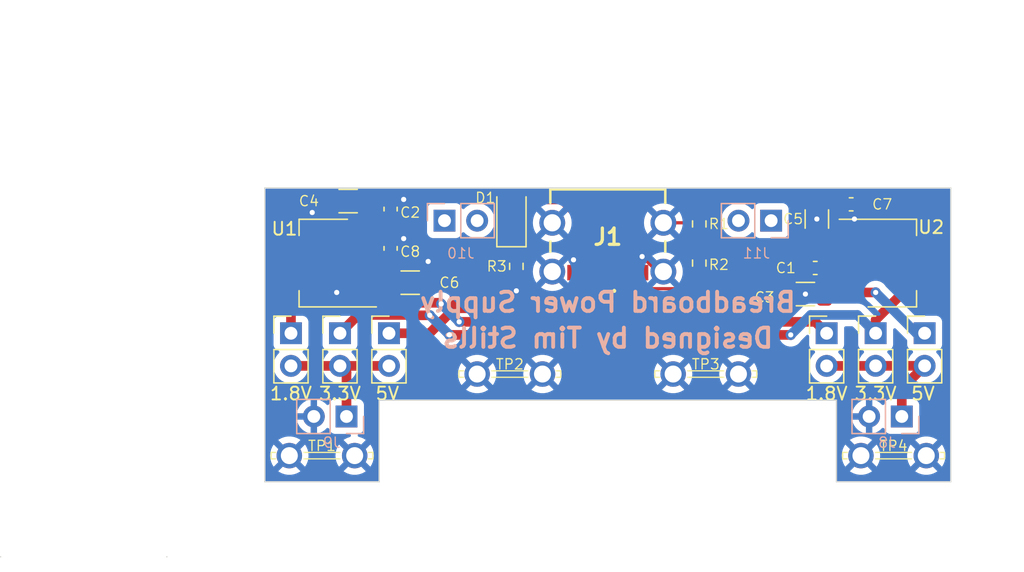
<source format=kicad_pcb>
(kicad_pcb (version 20221018) (generator pcbnew)
  (title_block (title "Breadboard Power Supply") (date "2023-02-20") (rev "v2"))
  (layers (0 "F.Cu" signal) (31 "B.Cu" signal) (34 "B.Paste" user) (35 "F.Paste" user) (36 "B.SilkS" user "B.Silkscreen") (37 "F.SilkS" user "F.Silkscreen") (38 "B.Mask" user) (39 "F.Mask" user) (44 "Edge.Cuts" user))
  (net 0 "")
  (net 1 "GND")
  (net 2 "+3.3V")
  (net 3 "/TOP_POWER_RAIL")
  (net 4 "/BOTTOM_POWER_RAIL")
  (net 5 "Net-(D1-K)")
  (net 6 "Net-(J1-CC1)")
  (net 7 "Net-(J1-CC2)")
  (net 8 "+1V8")
  (net 9 "+5V")
  (footprint "Connector_PinHeader_2.54mm:PinHeader_1x02_P2.54mm_Vertical" (layer "F.Cu") (at 149.098 87.498)
    (fp_text reference "J3" hide)
    (fp_text value "Conn_01x02_Male")
    (fp_line (start -1.33 -1.33) (end 0 -1.33) (stroke (width 0.12)) (layer "F.SilkS"))
    (fp_line (start -1.33 0) (end -1.33 -1.33) (stroke (width 0.12)) (layer "F.SilkS"))
    (fp_line (start -1.33 1.27) (end -1.33 3.87) (stroke (width 0.12)) (layer "F.SilkS"))
    (fp_line (start -1.33 1.27) (end 1.33 1.27) (stroke (width 0.12)) (layer "F.SilkS"))
    (fp_line (start -1.33 3.87) (end 1.33 3.87) (stroke (width 0.12)) (layer "F.SilkS"))
    (fp_line (start 1.33 1.27) (end 1.33 3.87) (stroke (width 0.12)) (layer "F.SilkS"))
    (pad "1" thru_hole rect (at 0 0) (size 1.7 1.7) (drill 1) (layers "*.Cu" "*.Mask") (net 2 "+3.3V"))
    (pad "2" thru_hole oval (at 0 2.54) (size 1.7 1.7) (drill 1) (layers "*.Cu" "*.Mask") (net 3 "/TOP_POWER_RAIL"))
  )
  (footprint "My-Global-Footprints:USB-C Surface Mount" (layer "F.Cu") (at 128.27 79.756 180)
    (fp_text reference "J1" (at 0 -0.252 180) (layer "F.SilkS") (effects (font (size 1.27 1.27) (thickness 0.254))))
    (fp_text value "USB-C" hide)
    (fp_line (start -4.47 -1.4) (end -4.47 -0.6) (stroke (width 0.2)) (layer "F.SilkS"))
    (fp_line (start -4.47 2.4) (end -4.47 3.45) (stroke (width 0.2)) (layer "F.SilkS"))
    (fp_line (start -4.47 3.45) (end 4.47 3.45) (stroke (width 0.2)) (layer "F.SilkS"))
    (fp_line (start -0.5 -4.5) (end -0.5 -4.5) (stroke (width 0.2)) (layer "F.SilkS"))
    (fp_line (start -0.5 -4.5) (end -0.5 -4.5) (stroke (width 0.2)) (layer "F.SilkS"))
    (fp_line (start -0.5 -4.4) (end -0.5 -4.4) (stroke (width 0.2)) (layer "F.SilkS"))
    (fp_line (start 4.47 -1.4) (end 4.47 -0.6) (stroke (width 0.2)) (layer "F.SilkS"))
    (fp_line (start 4.47 3.45) (end 4.47 2.4) (stroke (width 0.2)) (layer "F.SilkS"))
    (fp_arc (start -0.5 -4.5) (mid -0.45 -4.45) (end -0.5 -4.4) (stroke (width 0.2)) (layer "F.SilkS"))
    (fp_arc (start -0.5 -4.4) (mid -0.55 -4.45) (end -0.5 -4.5) (stroke (width 0.2)) (layer "F.SilkS"))
    (fp_arc (start -0.5 -4.4) (mid -0.55 -4.45) (end -0.5 -4.5) (stroke (width 0.2)) (layer "F.SilkS"))
    (pad "A5" smd rect (at -0.5 -3.03 180) (size 0.7 1.2) (layers "F.Cu" "F.Paste" "F.Mask") (net 6 "Net-(J1-CC1)"))
    (pad "A9" smd rect (at 1.52 -3.03 180) (size 0.76 1.2) (layers "F.Cu" "F.Paste" "F.Mask") (net 9 "+5V"))
    (pad "A12" smd rect (at 2.75 -3.03 180) (size 0.8 1.2) (layers "F.Cu" "F.Paste" "F.Mask") (net 1 "GND"))
    (pad "B5" smd rect (at 0.5 -3.03 180) (size 0.7 1.2) (layers "F.Cu" "F.Paste" "F.Mask") (net 7 "Net-(J1-CC2)"))
    (pad "B9" smd rect (at -1.52 -3.03 180) (size 0.76 1.2) (layers "F.Cu" "F.Paste" "F.Mask") (net 9 "+5V"))
    (pad "B12" smd rect (at -2.75 -3.03 180) (size 0.8 1.2) (layers "F.Cu" "F.Paste" "F.Mask") (net 1 "GND"))
    (pad "MH1" thru_hole circle (at -4.32 0.85 180) (size 2.01 2.01) (drill 1.34) (layers "*.Cu" "*.Mask") (net 1 "GND"))
    (pad "MH2" thru_hole circle (at 4.32 0.85 180) (size 2.01 2.01) (drill 1.34) (layers "*.Cu" "*.Mask") (net 1 "GND"))
    (pad "MH3" thru_hole circle (at -4.32 -2.95 180) (size 2.01 2.01) (drill 1.34) (layers "*.Cu" "*.Mask") (net 1 "GND"))
    (pad "MH4" thru_hole circle (at 4.32 -2.95 180) (size 2.01 2.01) (drill 1.34) (layers "*.Cu" "*.Mask") (net 1 "GND"))
  )
  (footprint "Capacitor_SMD:C_1206_3216Metric" (layer "F.Cu") (at 144.526 78.613 90)
    (fp_text reference "C5" (at 0 -1.85 180) (layer "F.SilkS") (effects (font (size 0.8 0.8) (thickness 0.1))))
    (fp_text value "10uF")
    (fp_line (start -0.711252 -0.91) (end 0.711252 -0.91) (stroke (width 0.12)) (layer "F.SilkS"))
    (fp_line (start -0.711252 0.91) (end 0.711252 0.91) (stroke (width 0.12)) (layer "F.SilkS"))
    (pad "1" smd roundrect (at -1.475 0 90) (size 1.15 1.8) (layers "F.Cu" "F.Paste" "F.Mask") (roundrect_rratio 0.217391) (net 2 "+3.3V"))
    (pad "2" smd roundrect (at 1.475 0 90) (size 1.15 1.8) (layers "F.Cu" "F.Paste" "F.Mask") (roundrect_rratio 0.217391) (net 1 "GND"))
  )
  (footprint "My-Global-Footprints:Keystone 1287" (layer "F.Cu") (at 135.89 90.678)
    (fp_text reference "TP3" (at 0 -0.762) (layer "F.SilkS") (effects (font (size 0.8 0.8) (thickness 0.1))))
    (fp_text value "TestPoint_2Pole" hide)
    (fp_line (start -3.96 -0.25) (end -3.96 0.25) (stroke (width 0.1)) (layer "F.SilkS"))
    (fp_line (start -3.96 0.25) (end -3.6 0.25) (stroke (width 0.1)) (layer "F.SilkS"))
    (fp_line (start -3.6 -0.25) (end -3.96 -0.25) (stroke (width 0.1)) (layer "F.SilkS"))
    (fp_line (start -1.4 -0.25) (end 1.4 -0.25) (stroke (width 0.1)) (layer "F.SilkS"))
    (fp_line (start -1.4 0.25) (end 1.4 0.25) (stroke (width 0.1)) (layer "F.SilkS"))
    (fp_line (start 3.6 0.25) (end 3.96 0.25) (stroke (width 0.1)) (layer "F.SilkS"))
    (fp_line (start 3.96 -0.25) (end 3.6 -0.25) (stroke (width 0.1)) (layer "F.SilkS"))
    (fp_line (start 3.96 -0.2) (end 3.96 -0.25) (stroke (width 0.1)) (layer "F.SilkS"))
    (fp_line (start 3.96 0.25) (end 3.96 -0.2) (stroke (width 0.1)) (layer "F.SilkS"))
    (pad "1" thru_hole circle (at -2.54 0) (size 1.98 1.98) (drill 1.32) (layers "*.Cu" "*.Mask") (net 1 "GND"))
    (pad "2" thru_hole circle (at 2.54 0) (size 1.98 1.98) (drill 1.32) (layers "*.Cu" "*.Mask") (net 1 "GND"))
  )
  (footprint "My-Global-Footprints:Keystone 1287" (layer "F.Cu") (at 150.495 97.028)
    (fp_text reference "TP4" (at 0 -0.762) (layer "F.SilkS") (effects (font (size 0.8 0.8) (thickness 0.1))))
    (fp_text value "TestPoint_2Pole" hide)
    (fp_line (start -3.96 -0.25) (end -3.96 0.25) (stroke (width 0.1)) (layer "F.SilkS"))
    (fp_line (start -3.96 0.25) (end -3.6 0.25) (stroke (width 0.1)) (layer "F.SilkS"))
    (fp_line (start -3.6 -0.25) (end -3.96 -0.25) (stroke (width 0.1)) (layer "F.SilkS"))
    (fp_line (start -1.4 -0.25) (end 1.4 -0.25) (stroke (width 0.1)) (layer "F.SilkS"))
    (fp_line (start -1.4 0.25) (end 1.4 0.25) (stroke (width 0.1)) (layer "F.SilkS"))
    (fp_line (start 3.6 0.25) (end 3.96 0.25) (stroke (width 0.1)) (layer "F.SilkS"))
    (fp_line (start 3.96 -0.25) (end 3.6 -0.25) (stroke (width 0.1)) (layer "F.SilkS"))
    (fp_line (start 3.96 -0.2) (end 3.96 -0.25) (stroke (width 0.1)) (layer "F.SilkS"))
    (fp_line (start 3.96 0.25) (end 3.96 -0.2) (stroke (width 0.1)) (layer "F.SilkS"))
    (pad "1" thru_hole circle (at -2.54 0) (size 1.98 1.98) (drill 1.32) (layers "*.Cu" "*.Mask") (net 1 "GND"))
    (pad "2" thru_hole circle (at 2.54 0) (size 1.98 1.98) (drill 1.32) (layers "*.Cu" "*.Mask") (net 1 "GND"))
  )
  (footprint "Resistor_SMD:R_0603_1608Metric" (layer "F.Cu") (at 121.158 82.296 -90)
    (fp_text reference "R3" (at 0 1.524 -180) (layer "F.SilkS") (effects (font (size 0.8 0.8) (thickness 0.1))))
    (fp_text value "330")
    (fp_line (start -0.237258 -0.5225) (end 0.237258 -0.5225) (stroke (width 0.12)) (layer "F.SilkS"))
    (fp_line (start -0.237258 0.5225) (end 0.237258 0.5225) (stroke (width 0.12)) (layer "F.SilkS"))
    (pad "1" smd roundrect (at -0.825 0 270) (size 0.8 0.95) (layers "F.Cu" "F.Paste" "F.Mask") (net 5 "Net-(D1-K)"))
    (pad "2" smd roundrect (at 0.825 0 270) (size 0.8 0.95) (layers "F.Cu" "F.Paste" "F.Mask") (net 1 "GND"))
  )
  (footprint "Capacitor_SMD:C_0603_1608Metric" (layer "F.Cu") (at 111.379 80.899 90)
    (fp_text reference "C8" (at -0.254 1.524 180) (layer "F.SilkS") (effects (font (size 0.8 0.8) (thickness 0.1))))
    (fp_text value "0.1uF")
    (fp_line (start -0.14058 -0.51) (end 0.14058 -0.51) (stroke (width 0.12)) (layer "F.SilkS"))
    (fp_line (start -0.14058 0.51) (end 0.14058 0.51) (stroke (width 0.12)) (layer "F.SilkS"))
    (pad "1" smd roundrect (at -0.775 0 90) (size 0.9 0.95) (layers "F.Cu" "F.Paste" "F.Mask") (net 8 "+1V8"))
    (pad "2" smd roundrect (at 0.775 0 90) (size 0.9 0.95) (layers "F.Cu" "F.Paste" "F.Mask") (net 1 "GND"))
  )
  (footprint "Capacitor_SMD:C_0603_1608Metric" (layer "F.Cu") (at 147.193 77.47)
    (fp_text reference "C7" (at 2.413 0) (layer "F.SilkS") (effects (font (size 0.8 0.8) (thickness 0.1))))
    (fp_text value "0.1uF")
    (fp_line (start -0.14058 -0.51) (end 0.14058 -0.51) (stroke (width 0.12)) (layer "F.SilkS"))
    (fp_line (start -0.14058 0.51) (end 0.14058 0.51) (stroke (width 0.12)) (layer "F.SilkS"))
    (pad "1" smd roundrect (at -0.775 0) (size 0.9 0.95) (layers "F.Cu" "F.Paste" "F.Mask") (net 2 "+3.3V"))
    (pad "2" smd roundrect (at 0.775 0) (size 0.9 0.95) (layers "F.Cu" "F.Paste" "F.Mask") (net 1 "GND"))
  )
  (footprint "My-Global-Footprints:Keystone 1287" (layer "F.Cu") (at 120.65 90.678 180)
    (fp_text reference "TP2" (at 0 0.762 180) (layer "F.SilkS") (effects (font (size 0.8 0.8) (thickness 0.1))))
    (fp_text value "TestPoint_2Pole" hide)
    (fp_line (start -3.96 -0.25) (end -3.96 0.25) (stroke (width 0.1)) (layer "F.SilkS"))
    (fp_line (start -3.96 0.25) (end -3.6 0.25) (stroke (width 0.1)) (layer "F.SilkS"))
    (fp_line (start -3.6 -0.25) (end -3.96 -0.25) (stroke (width 0.1)) (layer "F.SilkS"))
    (fp_line (start -1.4 -0.25) (end 1.4 -0.25) (stroke (width 0.1)) (layer "F.SilkS"))
    (fp_line (start -1.4 0.25) (end 1.4 0.25) (stroke (width 0.1)) (layer "F.SilkS"))
    (fp_line (start 3.6 0.25) (end 3.96 0.25) (stroke (width 0.1)) (layer "F.SilkS"))
    (fp_line (start 3.96 -0.25) (end 3.6 -0.25) (stroke (width 0.1)) (layer "F.SilkS"))
    (fp_line (start 3.96 -0.2) (end 3.96 -0.25) (stroke (width 0.1)) (layer "F.SilkS"))
    (fp_line (start 3.96 0.25) (end 3.96 -0.2) (stroke (width 0.1)) (layer "F.SilkS"))
    (pad "1" thru_hole circle (at -2.54 0 180) (size 1.98 1.98) (drill 1.32) (layers "*.Cu" "*.Mask") (net 1 "GND"))
    (pad "2" thru_hole circle (at 2.54 0 180) (size 1.98 1.98) (drill 1.32) (layers "*.Cu" "*.Mask") (net 1 "GND"))
  )
  (footprint "Connector_PinHeader_2.54mm:PinHeader_1x02_P2.54mm_Vertical" (layer "F.Cu") (at 145.288 87.503)
    (fp_text reference "J4" hide)
    (fp_text value "Conn_01x02_Male")
    (fp_line (start -1.33 -1.33) (end 0 -1.33) (stroke (width 0.12)) (layer "F.SilkS"))
    (fp_line (start -1.33 0) (end -1.33 -1.33) (stroke (width 0.12)) (layer "F.SilkS"))
    (fp_line (start -1.33 1.27) (end -1.33 3.87) (stroke (width 0.12)) (layer "F.SilkS"))
    (fp_line (start -1.33 1.27) (end 1.33 1.27) (stroke (width 0.12)) (layer "F.SilkS"))
    (fp_line (start -1.33 3.87) (end 1.33 3.87) (stroke (width 0.12)) (layer "F.SilkS"))
    (fp_line (start 1.33 1.27) (end 1.33 3.87) (stroke (width 0.12)) (layer "F.SilkS"))
    (pad "1" thru_hole rect (at 0 0) (size 1.7 1.7) (drill 1) (layers "*.Cu" "*.Mask") (net 8 "+1V8"))
    (pad "2" thru_hole oval (at 0 2.54) (size 1.7 1.7) (drill 1) (layers "*.Cu" "*.Mask") (net 3 "/TOP_POWER_RAIL"))
  )
  (footprint "My-Global-Footprints:Keystone 1287" (layer "F.Cu") (at 106.045 97.028)
    (fp_text reference "TP1" (at 0 -0.762) (layer "F.SilkS") (effects (font (size 0.8 0.8) (thickness 0.1))))
    (fp_text value "TestPoint_2Pole" hide)
    (fp_line (start -3.96 -0.25) (end -3.96 0.25) (stroke (width 0.1)) (layer "F.SilkS"))
    (fp_line (start -3.96 0.25) (end -3.6 0.25) (stroke (width 0.1)) (layer "F.SilkS"))
    (fp_line (start -3.6 -0.25) (end -3.96 -0.25) (stroke (width 0.1)) (layer "F.SilkS"))
    (fp_line (start -1.4 -0.25) (end 1.4 -0.25) (stroke (width 0.1)) (layer "F.SilkS"))
    (fp_line (start -1.4 0.25) (end 1.4 0.25) (stroke (width 0.1)) (layer "F.SilkS"))
    (fp_line (start 3.6 0.25) (end 3.96 0.25) (stroke (width 0.1)) (layer "F.SilkS"))
    (fp_line (start 3.96 -0.25) (end 3.6 -0.25) (stroke (width 0.1)) (layer "F.SilkS"))
    (fp_line (start 3.96 -0.2) (end 3.96 -0.25) (stroke (width 0.1)) (layer "F.SilkS"))
    (fp_line (start 3.96 0.25) (end 3.96 -0.2) (stroke (width 0.1)) (layer "F.SilkS"))
    (pad "1" thru_hole circle (at -2.54 0) (size 1.98 1.98) (drill 1.32) (layers "*.Cu" "*.Mask") (net 1 "GND"))
    (pad "2" thru_hole circle (at 2.54 0) (size 1.98 1.98) (drill 1.32) (layers "*.Cu" "*.Mask") (net 1 "GND"))
  )
  (footprint "Resistor_SMD:R_0603_1608Metric" (layer "F.Cu") (at 135.382 82.042 90)
    (fp_text reference "R2" (at -0.127 1.524) (layer "F.SilkS") (effects (font (size 0.8 0.8) (thickness 0.1))))
    (fp_text value "5.1k 1%")
    (fp_line (start -0.237258 -0.5225) (end 0.237258 -0.5225) (stroke (width 0.12)) (layer "F.SilkS"))
    (fp_line (start -0.237258 0.5225) (end 0.237258 0.5225) (stroke (width 0.12)) (layer "F.SilkS"))
    (pad "1" smd roundrect (at -0.825 0 90) (size 0.8 0.95) (layers "F.Cu" "F.Paste" "F.Mask") (net 6 "Net-(J1-CC1)"))
    (pad "2" smd roundrect (at 0.825 0 90) (size 0.8 0.95) (layers "F.Cu" "F.Paste" "F.Mask") (net 1 "GND"))
  )
  (footprint "Capacitor_SMD:C_0603_1608Metric" (layer "F.Cu") (at 111.379 77.838 90)
    (fp_text reference "C2" (at -0.267 1.524 180) (layer "F.SilkS") (effects (font (size 0.8 0.8) (thickness 0.1))))
    (fp_text value "0.1uF")
    (fp_line (start -0.14058 -0.51) (end 0.14058 -0.51) (stroke (width 0.12)) (layer "F.SilkS"))
    (fp_line (start -0.14058 0.51) (end 0.14058 0.51) (stroke (width 0.12)) (layer "F.SilkS"))
    (pad "1" smd roundrect (at -0.775 0 90) (size 0.9 0.95) (layers "F.Cu" "F.Paste" "F.Mask") (net 9 "+5V"))
    (pad "2" smd roundrect (at 0.775 0 90) (size 0.9 0.95) (layers "F.Cu" "F.Paste" "F.Mask") (net 1 "GND"))
  )
  (footprint "Capacitor_SMD:C_1206_3216Metric" (layer "F.Cu") (at 108.077 77.216 180)
    (fp_text reference "C4" (at 3.048 0) (layer "F.SilkS") (effects (font (size 0.8 0.8) (thickness 0.1))))
    (fp_text value "10uF")
    (fp_line (start -0.711252 -0.91) (end 0.711252 -0.91) (stroke (width 0.12)) (layer "F.SilkS"))
    (fp_line (start -0.711252 0.91) (end 0.711252 0.91) (stroke (width 0.12)) (layer "F.SilkS"))
    (pad "1" smd roundrect (at -1.475 0 180) (size 1.15 1.8) (layers "F.Cu" "F.Paste" "F.Mask") (roundrect_rratio 0.217391) (net 9 "+5V"))
    (pad "2" smd roundrect (at 1.475 0 180) (size 1.15 1.8) (layers "F.Cu" "F.Paste" "F.Mask") (roundrect_rratio 0.217391) (net 1 "GND"))
  )
  (footprint "Connector_PinHeader_2.54mm:PinHeader_1x02_P2.54mm_Vertical" (layer "F.Cu") (at 103.632 87.503)
    (fp_text reference "J7" hide)
    (fp_text value "Conn_01x02_Male")
    (fp_line (start -1.33 -1.33) (end 0 -1.33) (stroke (width 0.12)) (layer "F.SilkS"))
    (fp_line (start -1.33 0) (end -1.33 -1.33) (stroke (width 0.12)) (layer "F.SilkS"))
    (fp_line (start -1.33 1.27) (end -1.33 3.87) (stroke (width 0.12)) (layer "F.SilkS"))
    (fp_line (start -1.33 1.27) (end 1.33 1.27) (stroke (width 0.12)) (layer "F.SilkS"))
    (fp_line (start -1.33 3.87) (end 1.33 3.87) (stroke (width 0.12)) (layer "F.SilkS"))
    (fp_line (start 1.33 1.27) (end 1.33 3.87) (stroke (width 0.12)) (layer "F.SilkS"))
    (pad "1" thru_hole rect (at 0 0) (size 1.7 1.7) (drill 1) (layers "*.Cu" "*.Mask") (net 8 "+1V8"))
    (pad "2" thru_hole oval (at 0 2.54) (size 1.7 1.7) (drill 1) (layers "*.Cu" "*.Mask") (net 4 "/BOTTOM_POWER_RAIL"))
  )
  (footprint "Capacitor_SMD:C_1206_3216Metric" (layer "F.Cu") (at 143.637 84.455 180)
    (fp_text reference "C3" (at 3.175 -0.254) (layer "F.SilkS") (effects (font (size 0.8 0.8) (thickness 0.1))))
    (fp_text value "10uF")
    (fp_line (start -0.711252 -0.91) (end 0.711252 -0.91) (stroke (width 0.12)) (layer "F.SilkS"))
    (fp_line (start -0.711252 0.91) (end 0.711252 0.91) (stroke (width 0.12)) (layer "F.SilkS"))
    (pad "1" smd roundrect (at -1.475 0 180) (size 1.15 1.8) (layers "F.Cu" "F.Paste" "F.Mask") (roundrect_rratio 0.217391) (net 9 "+5V"))
    (pad "2" smd roundrect (at 1.475 0 180) (size 1.15 1.8) (layers "F.Cu" "F.Paste" "F.Mask") (roundrect_rratio 0.217391) (net 1 "GND"))
  )
  (footprint "LED_SMD:LED_1206_3216Metric" (layer "F.Cu") (at 120.777 78.486 90)
    (fp_text reference "D1" (at 1.524 -2.032 180) (layer "F.SilkS") (effects (font (size 0.8 0.8) (thickness 0.1))))
    (fp_text value "LED")
    (fp_line (start -2.285 -1.135) (end -2.285 1.135) (stroke (width 0.12)) (layer "F.SilkS"))
    (fp_line (start -2.285 1.135) (end 1.6 1.135) (stroke (width 0.12)) (layer "F.SilkS"))
    (fp_line (start 1.6 -1.135) (end -2.285 -1.135) (stroke (width 0.12)) (layer "F.SilkS"))
    (pad "1" smd roundrect (at -1.4 0 90) (size 1.25 1.75) (layers "F.Cu" "F.Paste" "F.Mask") (roundrect_rratio 0.2) (net 5 "Net-(D1-K)"))
    (pad "2" smd roundrect (at 1.4 0 90) (size 1.25 1.75) (layers "F.Cu" "F.Paste" "F.Mask") (roundrect_rratio 0.2) (net 9 "+5V"))
  )
  (footprint "Connector_PinHeader_2.54mm:PinHeader_1x02_P2.54mm_Vertical" (layer "F.Cu") (at 107.442 87.503)
    (fp_text reference "J6" hide)
    (fp_text value "Conn_01x02_Male")
    (fp_line (start -1.33 -1.33) (end 0 -1.33) (stroke (width 0.12)) (layer "F.SilkS"))
    (fp_line (start -1.33 0) (end -1.33 -1.33) (stroke (width 0.12)) (layer "F.SilkS"))
    (fp_line (start -1.33 1.27) (end -1.33 3.87) (stroke (width 0.12)) (layer "F.SilkS"))
    (fp_line (start -1.33 1.27) (end 1.33 1.27) (stroke (width 0.12)) (layer "F.SilkS"))
    (fp_line (start -1.33 3.87) (end 1.33 3.87) (stroke (width 0.12)) (layer "F.SilkS"))
    (fp_line (start 1.33 1.27) (end 1.33 3.87) (stroke (width 0.12)) (layer "F.SilkS"))
    (pad "1" thru_hole rect (at 0 0) (size 1.7 1.7) (drill 1) (layers "*.Cu" "*.Mask") (net 2 "+3.3V"))
    (pad "2" thru_hole oval (at 0 2.54) (size 1.7 1.7) (drill 1) (layers "*.Cu" "*.Mask") (net 4 "/BOTTOM_POWER_RAIL"))
  )
  (footprint "Capacitor_SMD:C_0603_1608Metric" (layer "F.Cu") (at 144.399 82.423 180)
    (fp_text reference "C1" (at 2.286 0) (layer "F.SilkS") (effects (font (size 0.8 0.8) (thickness 0.1))))
    (fp_text value "0.1uF")
    (fp_line (start -0.14058 -0.51) (end 0.14058 -0.51) (stroke (width 0.12)) (layer "F.SilkS"))
    (fp_line (start -0.14058 0.51) (end 0.14058 0.51) (stroke (width 0.12)) (layer "F.SilkS"))
    (pad "1" smd roundrect (at -0.775 0 180) (size 0.9 0.95) (layers "F.Cu" "F.Paste" "F.Mask") (net 9 "+5V"))
    (pad "2" smd roundrect (at 0.775 0 180) (size 0.9 0.95) (layers "F.Cu" "F.Paste" "F.Mask") (net 1 "GND"))
  )
  (footprint "Resistor_SMD:R_0603_1608Metric" (layer "F.Cu") (at 135.382 78.994 90)
    (fp_text reference "R1" (at 0 1.524) (layer "F.SilkS") (effects (font (size 0.8 0.8) (thickness 0.1))))
    (fp_text value "5.1k 1%")
    (fp_line (start -0.237258 -0.5225) (end 0.237258 -0.5225) (stroke (width 0.12)) (layer "F.SilkS"))
    (fp_line (start -0.237258 0.5225) (end 0.237258 0.5225) (stroke (width 0.12)) (layer "F.SilkS"))
    (pad "1" smd roundrect (at -0.825 0 90) (size 0.8 0.95) (layers "F.Cu" "F.Paste" "F.Mask") (net 7 "Net-(J1-CC2)"))
    (pad "2" smd roundrect (at 0.825 0 90) (size 0.8 0.95) (layers "F.Cu" "F.Paste" "F.Mask") (net 1 "GND"))
  )
  (footprint "Connector_PinHeader_2.54mm:PinHeader_1x02_P2.54mm_Vertical" (layer "F.Cu") (at 152.908 87.498)
    (fp_text reference "J2" hide)
    (fp_text value "Conn_01x02_Male")
    (fp_line (start -1.33 -1.33) (end 0 -1.33) (stroke (width 0.12)) (layer "F.SilkS"))
    (fp_line (start -1.33 0) (end -1.33 -1.33) (stroke (width 0.12)) (layer "F.SilkS"))
    (fp_line (start -1.33 1.27) (end -1.33 3.87) (stroke (width 0.12)) (layer "F.SilkS"))
    (fp_line (start -1.33 1.27) (end 1.33 1.27) (stroke (width 0.12)) (layer "F.SilkS"))
    (fp_line (start -1.33 3.87) (end 1.33 3.87) (stroke (width 0.12)) (layer "F.SilkS"))
    (fp_line (start 1.33 1.27) (end 1.33 3.87) (stroke (width 0.12)) (layer "F.SilkS"))
    (pad "1" thru_hole rect (at 0 0) (size 1.7 1.7) (drill 1) (layers "*.Cu" "*.Mask") (net 9 "+5V"))
    (pad "2" thru_hole oval (at 0 2.54) (size 1.7 1.7) (drill 1) (layers "*.Cu" "*.Mask") (net 3 "/TOP_POWER_RAIL"))
  )
  (footprint "Package_TO_SOT_SMD:SOT-223-3_TabPin2" (layer "F.Cu") (at 150.368 82.042)
    (fp_text reference "U2" (at 3.048 -2.794) (layer "F.SilkS"))
    (fp_text value "LM1117-3.3")
    (fp_line (start -4.1 -3.41) (end 1.91 -3.41) (stroke (width 0.12)) (layer "F.SilkS"))
    (fp_line (start -1.85 3.41) (end 1.91 3.41) (stroke (width 0.12)) (layer "F.SilkS"))
    (fp_line (start 1.91 -3.41) (end 1.91 -2.15) (stroke (width 0.12)) (layer "F.SilkS"))
    (fp_line (start 1.91 3.41) (end 1.91 2.15) (stroke (width 0.12)) (layer "F.SilkS"))
    (pad "1" smd rect (at -3.15 -2.3) (size 2 1.5) (layers "F.Cu" "F.Paste" "F.Mask") (net 1 "GND"))
    (pad "2" smd rect (at -3.15 0) (size 2 1.5) (layers "F.Cu" "F.Paste" "F.Mask") (net 2 "+3.3V"))
    (pad "2" smd rect (at 3.15 0) (size 2 3.8) (layers "F.Cu" "F.Paste" "F.Mask") (net 2 "+3.3V"))
    (pad "3" smd rect (at -3.15 2.3) (size 2 1.5) (layers "F.Cu" "F.Paste" "F.Mask") (net 9 "+5V"))
  )
  (footprint "Connector_PinHeader_2.54mm:PinHeader_1x02_P2.54mm_Vertical" (layer "F.Cu") (at 111.252 87.503)
    (fp_text reference "J5" hide)
    (fp_text value "Conn_01x02_Male")
    (fp_line (start -1.33 -1.33) (end 0 -1.33) (stroke (width 0.12)) (layer "F.SilkS"))
    (fp_line (start -1.33 0) (end -1.33 -1.33) (stroke (width 0.12)) (layer "F.SilkS"))
    (fp_line (start -1.33 1.27) (end -1.33 3.87) (stroke (width 0.12)) (layer "F.SilkS"))
    (fp_line (start -1.33 1.27) (end 1.33 1.27) (stroke (width 0.12)) (layer "F.SilkS"))
    (fp_line (start -1.33 3.87) (end 1.33 3.87) (stroke (width 0.12)) (layer "F.SilkS"))
    (fp_line (start 1.33 1.27) (end 1.33 3.87) (stroke (width 0.12)) (layer "F.SilkS"))
    (pad "1" thru_hole rect (at 0 0) (size 1.7 1.7) (drill 1) (layers "*.Cu" "*.Mask") (net 9 "+5V"))
    (pad "2" thru_hole oval (at 0 2.54) (size 1.7 1.7) (drill 1) (layers "*.Cu" "*.Mask") (net 4 "/BOTTOM_POWER_RAIL"))
  )
  (footprint "Package_TO_SOT_SMD:SOT-223-3_TabPin2" (layer "F.Cu") (at 106.172 82.042 180)
    (fp_text reference "U1" (at 3.048 2.667 180) (layer "F.SilkS"))
    (fp_text value "LM1117-1.8")
    (fp_line (start -4.1 -3.41) (end 1.91 -3.41) (stroke (width 0.12)) (layer "F.SilkS"))
    (fp_line (start -1.85 3.41) (end 1.91 3.41) (stroke (width 0.12)) (layer "F.SilkS"))
    (fp_line (start 1.91 -3.41) (end 1.91 -2.15) (stroke (width 0.12)) (layer "F.SilkS"))
    (fp_line (start 1.91 3.41) (end 1.91 2.15) (stroke (width 0.12)) (layer "F.SilkS"))
    (pad "1" smd rect (at -3.15 -2.3 180) (size 2 1.5) (layers "F.Cu" "F.Paste" "F.Mask") (net 1 "GND"))
    (pad "2" smd rect (at -3.15 0 180) (size 2 1.5) (layers "F.Cu" "F.Paste" "F.Mask") (net 8 "+1V8"))
    (pad "2" smd rect (at 3.15 0 180) (size 2 3.8) (layers "F.Cu" "F.Paste" "F.Mask") (net 8 "+1V8"))
    (pad "3" smd rect (at -3.15 2.3 180) (size 2 1.5) (layers "F.Cu" "F.Paste" "F.Mask") (net 9 "+5V"))
  )
  (footprint "Capacitor_SMD:C_1206_3216Metric" (layer "F.Cu") (at 112.903 83.566)
    (fp_text reference "C6" (at 3.048 0) (layer "F.SilkS") (effects (font (size 0.8 0.8) (thickness 0.1))))
    (fp_text value "10uF")
    (fp_line (start -0.711252 -0.91) (end 0.711252 -0.91) (stroke (width 0.12)) (layer "F.SilkS"))
    (fp_line (start -0.711252 0.91) (end 0.711252 0.91) (stroke (width 0.12)) (layer "F.SilkS"))
    (pad "1" smd roundrect (at -1.475 0) (size 1.15 1.8) (layers "F.Cu" "F.Paste" "F.Mask") (roundrect_rratio 0.217391) (net 8 "+1V8"))
    (pad "2" smd roundrect (at 1.475 0) (size 1.15 1.8) (layers "F.Cu" "F.Paste" "F.Mask") (roundrect_rratio 0.217391) (net 1 "GND"))
  )
  (footprint "Connector_PinHeader_2.54mm:PinHeader_1x02_P2.54mm_Vertical" (layer "B.Cu") (at 115.57 78.74 -90)
    (fp_text reference "J10" (at 2.54 -1.27 -180) (layer "B.SilkS") (effects (font (size 0.8 0.8) (thickness 0.1)) (justify mirror)))
    (fp_text value "Conn_01x02_Male")
    (fp_line (start -1.33 -3.87) (end 1.33 -3.87) (stroke (width 0.12)) (layer "B.SilkS"))
    (fp_line (start -1.33 -1.27) (end -1.33 -3.87) (stroke (width 0.12)) (layer "B.SilkS"))
    (fp_line (start -1.33 -1.27) (end 1.33 -1.27) (stroke (width 0.12)) (layer "B.SilkS"))
    (fp_line (start -1.33 0) (end -1.33 1.33) (stroke (width 0.12)) (layer "B.SilkS"))
    (fp_line (start -1.33 1.33) (end 0 1.33) (stroke (width 0.12)) (layer "B.SilkS"))
    (fp_line (start 1.33 -1.27) (end 1.33 -3.87) (stroke (width 0.12)) (layer "B.SilkS"))
    (pad "1" thru_hole rect locked (at 0 0 270) (size 1.7 1.7) (drill 1) (layers "*.Cu" "*.Mask"))
    (pad "2" thru_hole oval locked (at 0 -2.54 270) (size 1.7 1.7) (drill 1) (layers "*.Cu" "*.Mask"))
  )
  (footprint "Connector_PinHeader_2.54mm:PinHeader_1x02_P2.54mm_Vertical" (layer "B.Cu") (at 151.13 93.98 90)
    (fp_text reference "J8" (at -2.032 -1.143) (layer "B.SilkS") (effects (font (size 0.8 0.8) (thickness 0.1)) (justify mirror)))
    (fp_text value "Conn_01x02_Male" hide)
    (fp_line (start -1.33 -3.87) (end 1.33 -3.87) (stroke (width 0.12)) (layer "B.SilkS"))
    (fp_line (start -1.33 -1.27) (end -1.33 -3.87) (stroke (width 0.12)) (layer "B.SilkS"))
    (fp_line (start -1.33 -1.27) (end 1.33 -1.27) (stroke (width 0.12)) (layer "B.SilkS"))
    (fp_line (start -1.33 0) (end -1.33 1.33) (stroke (width 0.12)) (layer "B.SilkS"))
    (fp_line (start -1.33 1.33) (end 0 1.33) (stroke (width 0.12)) (layer "B.SilkS"))
    (fp_line (start 1.33 -1.27) (end 1.33 -3.87) (stroke (width 0.12)) (layer "B.SilkS"))
    (pad "1" thru_hole rect locked (at 0 0 90) (size 1.7 1.7) (drill 1) (layers "*.Cu" "*.Mask") (net 3 "/TOP_POWER_RAIL"))
    (pad "2" thru_hole oval locked (at 0 -2.54 90) (size 1.7 1.7) (drill 1) (layers "*.Cu" "*.Mask") (net 1 "GND"))
  )
  (footprint "Connector_PinHeader_2.54mm:PinHeader_1x02_P2.54mm_Vertical" (layer "B.Cu") (at 140.97 78.74 90)
    (fp_text reference "J11" (at -2.54 -1.143 180) (layer "B.SilkS") (effects (font (size 0.8 0.8) (thickness 0.1)) (justify mirror)))
    (fp_text value "Conn_01x02_Male")
    (fp_line (start -1.33 -3.87) (end 1.33 -3.87) (stroke (width 0.12)) (layer "B.SilkS"))
    (fp_line (start -1.33 -1.27) (end -1.33 -3.87) (stroke (width 0.12)) (layer "B.SilkS"))
    (fp_line (start -1.33 -1.27) (end 1.33 -1.27) (stroke (width 0.12)) (layer "B.SilkS"))
    (fp_line (start -1.33 0) (end -1.33 1.33) (stroke (width 0.12)) (layer "B.SilkS"))
    (fp_line (start -1.33 1.33) (end 0 1.33) (stroke (width 0.12)) (layer "B.SilkS"))
    (fp_line (start 1.33 -1.27) (end 1.33 -3.87) (stroke (width 0.12)) (layer "B.SilkS"))
    (pad "1" thru_hole rect locked (at 0 0 90) (size 1.7 1.7) (drill 1) (layers "*.Cu" "*.Mask"))
    (pad "2" thru_hole oval locked (at 0 -2.54 90) (size 1.7 1.7) (drill 1) (layers "*.Cu" "*.Mask"))
  )
  (footprint "Connector_PinHeader_2.54mm:PinHeader_1x02_P2.54mm_Vertical" (layer "B.Cu") (at 107.95 93.98 90)
    (fp_text reference "J9" (at -2.032 -1.143) (layer "B.SilkS") (effects (font (size 0.8 0.8) (thickness 0.1)) (justify mirror)))
    (fp_text value "Conn_01x02_Male" hide)
    (fp_line (start -1.33 -3.87) (end 1.33 -3.87) (stroke (width 0.12)) (layer "B.SilkS"))
    (fp_line (start -1.33 -1.27) (end -1.33 -3.87) (stroke (width 0.12)) (layer "B.SilkS"))
    (fp_line (start -1.33 -1.27) (end 1.33 -1.27) (stroke (width 0.12)) (layer "B.SilkS"))
    (fp_line (start -1.33 0) (end -1.33 1.33) (stroke (width 0.12)) (layer "B.SilkS"))
    (fp_line (start -1.33 1.33) (end 0 1.33) (stroke (width 0.12)) (layer "B.SilkS"))
    (fp_line (start 1.33 -1.27) (end 1.33 -3.87) (stroke (width 0.12)) (layer "B.SilkS"))
    (pad "1" thru_hole rect locked (at 0 0 90) (size 1.7 1.7) (drill 1) (layers "*.Cu" "*.Mask") (net 4 "/BOTTOM_POWER_RAIL"))
    (pad "2" thru_hole oval locked (at 0 -2.54 90) (size 1.7 1.7) (drill 1) (layers "*.Cu" "*.Mask") (net 1 "GND"))
  )
  (gr_line (start 81.055 104.902) (end 81.055 104.902) (stroke (width 0.1)) (layer "Edge.Cuts"))
  (gr_line (start 101.6 99.06) (end 110.49 99.06) (stroke (width 0.1)) (layer "Edge.Cuts"))
  (gr_line (start 101.6 76.2) (end 101.6 99.06) (stroke (width 0.1)) (layer "Edge.Cuts"))
  (gr_line (start 146.05 99.06) (end 154.94 99.06) (stroke (width 0.1)) (layer "Edge.Cuts"))
  (gr_line (start 110.49 99.06) (end 110.49 92.71) (stroke (width 0.1)) (layer "Edge.Cuts"))
  (gr_line (start 146.05 92.71) (end 146.05 99.06) (stroke (width 0.1)) (layer "Edge.Cuts"))
  (gr_line (start 101.6 76.2) (end 154.94 76.2) (stroke (width 0.1)) (layer "Edge.Cuts"))
  (gr_line (start 110.49 92.71) (end 146.05 92.71) (stroke (width 0.1)) (layer "Edge.Cuts"))
  (gr_line (start 93.98 104.902) (end 93.98 104.902) (stroke (width 0.1)) (layer "Edge.Cuts"))
  (gr_line (start 154.94 99.06) (end 154.94 76.2) (stroke (width 0.1)) (layer "Edge.Cuts"))
  (gr_text "Designed by Tim Stills" (at 128.27 87.884) (layer "B.SilkS") (effects (font (size 1.5 1.5) (thickness 0.3)) (justify mirror)))
  (gr_text "Breadboard Power Supply" (at 128.27 85.09) (layer "B.SilkS") (effects (font (size 1.5 1.5) (thickness 0.3)) (justify mirror)))
  (gr_text "1.8V" (at 145.288 92.202) (layer "F.SilkS") (effects (font (size 1 1))))
  (gr_text "3.3V" (at 149.098 92.202) (layer "F.SilkS") (effects (font (size 1 1))))
  (gr_text "3.3V" (at 107.442 92.202) (layer "F.SilkS") (effects (font (size 1 1))))
  (gr_text "1.8V" (at 103.632 92.202) (layer "F.SilkS") (effects (font (size 1 1))))
  (gr_text "5V" (at 111.125 92.202) (layer "F.SilkS") (effects (font (size 1 1))))
  (gr_text "5V" (at 152.781 92.202) (layer "F.SilkS") (effects (font (size 1 1))))
  (segment (start 135.382 81.217) (end 134.079 81.217) (width 0.25) (layer "F.Cu") (net 1))
  (segment (start 114.251 81.964) (end 114.3 81.915) (width 0.75) (layer "F.Cu") (net 1))
  (segment (start 134.079 81.217) (end 132.59 82.706) (width 0.25) (layer "F.Cu") (net 1))
  (segment (start 132.109 82.706) (end 130.937 81.534) (width 0.25) (layer "F.Cu") (net 1))
  (segment (start 112.382 80.124) (end 111.252 80.124) (width 0.75) (layer "F.Cu") (net 1))
  (segment (start 109.072 84.342) (end 107.202 84.342) (width 0.75) (layer "F.Cu") (net 1))
  (segment (start 106.045 77.343) (end 105.283 78.105) (width 0.75) (layer "F.Cu") (net 1))
  (segment (start 143.637 84.455) (end 142.289 84.455) (width 0.75) (layer "F.Cu") (net 1))
  (segment (start 112.395 80.137) (end 112.382 80.124) (width 0.75) (layer "F.Cu") (net 1))
  (segment (start 144.526 77.138) (end 144.526 78.613) (width 0.75) (layer "F.Cu") (net 1))
  (segment (start 131.02 82.786) (end 131.02 81.617) (width 0.25) (layer "F.Cu") (net 1))
  (segment (start 147.468 78.634) (end 147.447 78.613) (width 0.75) (layer "F.Cu") (net 1))
  (segment (start 131.02 81.617) (end 130.937 81.534) (width 0.25) (layer "F.Cu") (net 1))
  (segment (start 111.252 77.076) (end 112.382 77.076) (width 0.75) (layer "F.Cu") (net 1))
  (segment (start 121.158 83.121) (end 121.158 84.201) (width 0.25) (layer "F.Cu") (net 1))
  (segment (start 125.52 81.871) (end 125.603 81.788) (width 0.25) (layer "F.Cu") (net 1))
  (segment (start 106.602 77.343) (end 106.045 77.343) (width 0.75) (layer "F.Cu") (net 1))
  (segment (start 112.382 77.076) (end 112.395 77.089) (width 0.75) (layer "F.Cu") (net 1))
  (segment (start 107.202 84.342) (end 107.188 84.328) (width 0.75) (layer "F.Cu") (net 1))
  (segment (start 147.968 78.092) (end 147.447 78.613) (width 0.75) (layer "F.Cu") (net 1))
  (segment (start 125.52 82.786) (end 125.52 81.871) (width 0.25) (layer "F.Cu") (net 1))
  (segment (start 134.645 78.906) (end 132.59 78.906) (width 0.25) (layer "F.Cu") (net 1))
  (segment (start 143.751 84.341) (end 143.751 82.423) (width 0.75) (layer "F.Cu") (net 1))
  (segment (start 147.968 77.47) (end 147.968 78.092) (width 0.75) (layer "F.Cu") (net 1))
  (segment (start 147.468 79.742) (end 147.468 78.634) (width 0.75) (layer "F.Cu") (net 1))
  (segment (start 135.382 78.169) (end 134.645 78.906) (width 0.25) (layer "F.Cu") (net 1))
  (segment (start 114.251 83.566) (end 114.251 81.964) (width 0.75) (layer "F.Cu") (net 1))
  (segment (start 143.637 84.455) (end 143.751 84.341) (width 0.75) (layer "F.Cu") (net 1))
  (segment (start 132.59 82.706) (end 132.109 82.706) (width 0.25) (layer "F.Cu") (net 1))
  (via (at 147.447 78.613) (size 0.8) (drill 0.4) (layers "F.Cu" "B.Cu") (net 1))
  (via (at 112.395 77.089) (size 0.8) (drill 0.4) (layers "F.Cu" "B.Cu") (net 1))
  (via (at 125.603 81.788) (size 0.8) (drill 0.4) (layers "F.Cu" "B.Cu") (net 1))
  (via (at 121.158 84.201) (size 0.8) (drill 0.4) (layers "F.Cu" "B.Cu") (net 1))
  (via (at 143.637 84.455) (size 0.8) (drill 0.4) (layers "F.Cu" "B.Cu") (net 1))
  (via (at 130.937 81.534) (size 0.8) (drill 0.4) (layers "F.Cu" "B.Cu") (net 1))
  (via (at 105.283 78.105) (size 0.8) (drill 0.4) (layers "F.Cu" "B.Cu") (net 1))
  (via (at 112.395 80.137) (size 0.8) (drill 0.4) (layers "F.Cu" "B.Cu") (net 1))
  (via (at 107.188 84.328) (size 0.8) (drill 0.4) (layers "F.Cu" "B.Cu") (net 1))
  (via (at 114.3 81.915) (size 0.8) (drill 0.4) (layers "F.Cu" "B.Cu") (net 1))
  (via (at 144.526 78.613) (size 0.8) (drill 0.4) (layers "F.Cu" "B.Cu") (net 1))
  (segment (start 146.418 77.47) (end 146.304 77.47) (width 0.75) (layer "F.Cu") (net 2))
  (segment (start 145.501 78.304726) (end 145.501 79.113) (width 0.75) (layer "F.Cu") (net 2))
  (segment (start 146.868 82.042) (end 147.468 82.042) (width 0.75) (layer "F.Cu") (net 2))
  (segment (start 149.098 87.498) (end 149.098 86.462) (width 0.75) (layer "F.Cu") (net 2))
  (segment (start 145.501 79.113) (end 144.526 80.088) (width 0.75) (layer "F.Cu") (net 2))
  (segment (start 142.494 87.63) (end 115.951 87.63) (width 0.75) (layer "F.Cu") (net 2))
  (segment (start 108.867 86.078) (end 107.442 87.503) (width 0.75) (layer "F.Cu") (net 2))
  (segment (start 113.002 86.078) (end 108.867 86.078) (width 0.75) (layer "F.Cu") (net 2))
  (segment (start 146.001 77.773) (end 146.001 77.804726) (width 0.75) (layer "F.Cu") (net 2))
  (segment (start 146.304 77.47) (end 146.001 77.773) (width 0.75) (layer "F.Cu") (net 2))
  (segment (start 114.427 86.106) (end 113.03 86.106) (width 0.75) (layer "F.Cu") (net 2))
  (segment (start 149.098 86.462) (end 153.518 82.042) (width 0.75) (layer "F.Cu") (net 2))
  (segment (start 153.518 82.042) (end 147.218 82.042) (width 0.75) (layer "F.Cu") (net 2))
  (segment (start 144.914 80.088) (end 146.868 82.042) (width 0.75) (layer "F.Cu") (net 2))
  (segment (start 144.526 80.088) (end 144.914 80.088) (width 0.75) (layer "F.Cu") (net 2))
  (segment (start 113.03 86.106) (end 113.002 86.078) (width 0.75) (layer "F.Cu") (net 2))
  (segment (start 146.001 77.804726) (end 145.501 78.304726) (width 0.75) (layer "F.Cu") (net 2))
  (via (at 114.427 86.106) (size 0.8) (drill 0.4) (layers "F.Cu" "B.Cu") (net 2))
  (via (at 142.494 87.63) (size 0.8) (drill 0.4) (layers "F.Cu" "B.Cu") (net 2))
  (via (at 115.951 87.63) (size 0.8) (drill 0.4) (layers "F.Cu" "B.Cu") (net 2))
  (segment (start 149.098 87.498) (end 147.678 86.078) (width 0.75) (layer "B.Cu") (net 2))
  (segment (start 144.046 86.078) (end 142.494 87.63) (width 0.75) (layer "B.Cu") (net 2))
  (segment (start 147.678 86.078) (end 144.046 86.078) (width 0.75) (layer "B.Cu") (net 2))
  (segment (start 115.951 87.63) (end 114.427 86.106) (width 0.75) (layer "B.Cu") (net 2))
  (segment (start 145.288 90.043) (end 149.093 90.043) (width 0.75) (layer "F.Cu") (net 3))
  (segment (start 149.093 90.043) (end 149.098 90.038) (width 0.75) (layer "F.Cu") (net 3))
  (segment (start 151.13 93.98) (end 151.13 91.816) (width 0.75) (layer "F.Cu") (net 3))
  (segment (start 149.098 90.038) (end 152.908 90.038) (width 0.75) (layer "F.Cu") (net 3))
  (segment (start 151.13 91.816) (end 152.908 90.038) (width 0.75) (layer "F.Cu") (net 3))
  (segment (start 107.95 93.98) (end 107.95 90.551) (width 0.75) (layer "F.Cu") (net 4))
  (segment (start 107.95 90.551) (end 107.442 90.043) (width 0.75) (layer "F.Cu") (net 4))
  (segment (start 103.632 90.043) (end 107.442 90.043) (width 0.75) (layer "F.Cu") (net 4))
  (segment (start 107.442 90.043) (end 111.252 90.043) (width 0.75) (layer "F.Cu") (net 4))
  (segment (start 120.777 79.886) (end 120.777 81.09) (width 0.25) (layer "F.Cu") (net 5))
  (segment (start 120.777 81.09) (end 121.158 81.471) (width 0.25) (layer "F.Cu") (net 5))
  (segment (start 128.77 83.396) (end 128.77 82.786) (width 0.25) (layer "F.Cu") (net 6))
  (segment (start 134.213 84.036) (end 129.41 84.036) (width 0.25) (layer "F.Cu") (net 6))
  (segment (start 129.41 84.036) (end 128.77 83.396) (width 0.25) (layer "F.Cu") (net 6))
  (segment (start 135.382 82.867) (end 134.213 84.036) (width 0.25) (layer "F.Cu") (net 6))
  (segment (start 135.382 79.819) (end 136.182 80.619) (width 0.25) (layer "F.Cu") (net 7))
  (segment (start 127.77 83.246) (end 127.77 82.786) (width 0.25) (layer "F.Cu") (net 7))
  (segment (start 135.097 84.486) (end 129.01 84.486) (width 0.25) (layer "F.Cu") (net 7))
  (segment (start 136.182 80.619) (end 136.182 83.401) (width 0.25) (layer "F.Cu") (net 7))
  (segment (start 129.01 84.486) (end 127.77 83.246) (width 0.25) (layer "F.Cu") (net 7))
  (segment (start 136.182 83.401) (end 135.097 84.486) (width 0.25) (layer "F.Cu") (net 7))
  (segment (start 116.713 86.614) (end 144.399 86.614) (width 0.75) (layer "F.Cu") (net 8))
  (segment (start 115.23 85.131) (end 113.325 85.131) (width 0.75) (layer "F.Cu") (net 8))
  (segment (start 111.252 81.674) (end 109.44 81.674) (width 0.75) (layer "F.Cu") (net 8))
  (segment (start 144.399 86.614) (end 145.288 87.503) (width 0.75) (layer "F.Cu") (net 8))
  (segment (start 103.632 82.652) (end 103.022 82.042) (width 0.75) (layer "F.Cu") (net 8))
  (segment (start 111.252 81.674) (end 111.252 83.517) (width 0.75) (layer "F.Cu") (net 8))
  (segment (start 111.76 83.566) (end 111.428 83.566) (width 0.75) (layer "F.Cu") (net 8))
  (segment (start 115.316 85.217) (end 115.23 85.131) (width 0.75) (layer "F.Cu") (net 8))
  (segment (start 109.44 81.674) (end 109.072 82.042) (width 0.75) (layer "F.Cu") (net 8))
  (segment (start 103.022 82.042) (end 109.322 82.042) (width 0.75) (layer "F.Cu") (net 8))
  (segment (start 113.325 85.131) (end 111.76 83.566) (width 0.75) (layer "F.Cu") (net 8))
  (segment (start 111.252 83.517) (end 111.301 83.566) (width 0.75) (layer "F.Cu") (net 8))
  (segment (start 103.632 87.503) (end 103.632 82.652) (width 0.75) (layer "F.Cu") (net 8))
  (via (at 116.713 86.614) (size 0.8) (drill 0.4) (layers "F.Cu" "B.Cu") (net 8))
  (via (at 115.316 85.217) (size 0.8) (drill 0.4) (layers "F.Cu" "B.Cu") (net 8))
  (segment (start 116.713 86.614) (end 115.316 85.217) (width 0.75) (layer "B.Cu") (net 8))
  (segment (start 126.75 82.786) (end 126.75 81.661) (width 0.75) (layer "F.Cu") (net 9))
  (segment (start 129.79 82.786) (end 129.79 81.706) (width 0.75) (layer "F.Cu") (net 9))
  (segment (start 137.182859 85.557) (end 126.746 85.557) (width 0.75) (layer "F.Cu") (net 9))
  (segment (start 110.822 78.613) (end 109.552 77.343) (width 0.75) (layer "F.Cu") (net 9))
  (segment (start 116.354859 82.591) (end 116.354859 85.217) (width 0.75) (layer "F.Cu") (net 9))
  (segment (start 145.301 84.393) (end 145.239 84.455) (width 0.75) (layer "F.Cu") (net 9))
  (segment (start 111.379 78.613) (end 110.822 78.613) (width 0.75) (layer "F.Cu") (net 9))
  (segment (start 126.75 79.125) (end 124.711 77.086) (width 0.75) (layer "F.Cu") (net 9))
  (segment (start 111.392 78.626) (end 111.379 78.613) (width 0.75) (layer "F.Cu") (net 9))
  (segment (start 129.79 81.706) (end 129.695 81.611) (width 0.75) (layer "F.Cu") (net 9))
  (segment (start 144.087371 81.28) (end 141.459859 81.28) (width 0.75) (layer "F.Cu") (net 9))
  (segment (start 126.8 81.611) (end 126.75 81.661) (width 0.75) (layer "F.Cu") (net 9))
  (segment (start 126.75 81.661) (end 126.75 79.125) (width 0.75) (layer "F.Cu") (net 9))
  (segment (start 111.252 87.503) (end 114.408859 87.503) (width 0.75) (layer "F.Cu") (net 9))
  (segment (start 110.451 78.613) (end 111.379 78.613) (width 0.75) (layer "F.Cu") (net 9))
  (segment (start 145.239 84.455) (end 147.355 84.455) (width 0.75) (layer "F.Cu") (net 9))
  (segment (start 114.408859 87.503) (end 116.354859 85.557) (width 0.75) (layer "F.Cu") (net 9))
  (segment (start 126.75 82.786) (end 126.75 85.553) (width 0.75) (layer "F.Cu") (net 9))
  (segment (start 126.746 85.557) (end 116.354859 85.557) (width 0.75) (layer "F.Cu") (net 9))
  (segment (start 145.174 82.423) (end 145.174 82.366629) (width 0.75) (layer "F.Cu") (net 9))
  (segment (start 149.098 84.328) (end 147.232 84.328) (width 0.75) (layer "F.Cu") (net 9))
  (segment (start 129.695 81.611) (end 126.8 81.611) (width 0.75) (layer "F.Cu") (net 9))
  (segment (start 112.389859 78.626) (end 116.354859 82.591) (width 0.75) (layer "F.Cu") (net 9))
  (segment (start 126.75 85.553) (end 126.746 85.557) (width 0.75) (layer "F.Cu") (net 9))
  (segment (start 141.459859 81.28) (end 137.182859 85.557) (width 0.75) (layer "F.Cu") (net 9))
  (segment (start 145.174 82.366629) (end 144.087371 81.28) (width 0.75) (layer "F.Cu") (net 9))
  (segment (start 109.322 79.742) (end 110.451 78.613) (width 0.75) (layer "F.Cu") (net 9))
  (segment (start 124.711 77.086) (end 120.777 77.086) (width 0.75) (layer "F.Cu") (net 9))
  (segment (start 112.389859 78.626) (end 111.392 78.626) (width 0.75) (layer "F.Cu") (net 9))
  (segment (start 145.301 82.423) (end 145.301 84.393) (width 0.75) (layer "F.Cu") (net 9))
  (via (at 149.098 84.328) (size 0.8) (drill 0.4) (layers "F.Cu" "B.Cu") (net 9))
  (segment (start 152.268 87.498) (end 149.098 84.328) (width 0.75) (layer "B.Cu") (net 9))
  (segment (start 152.908 87.498) (end 152.268 87.498) (width 0.75) (layer "B.Cu") (net 9))
  (zone (net 1) (net_name "GND") (layer "B.Cu") (connect_pads (clearance 0.508)) (min_thickness 0.25) (fill yes (thermal_gap 0.5) (thermal_bridge_width 0.5))
    (polygon (pts (xy 101.6 76.2) (xy 154.94 76.2) (xy 154.94 99.06) (xy 146.05 99.06) (xy 146.05 92.71) (xy 110.49 92.71) (xy 110.49 99.06) (xy 101.6 99.06)))
  )
)
</source>
